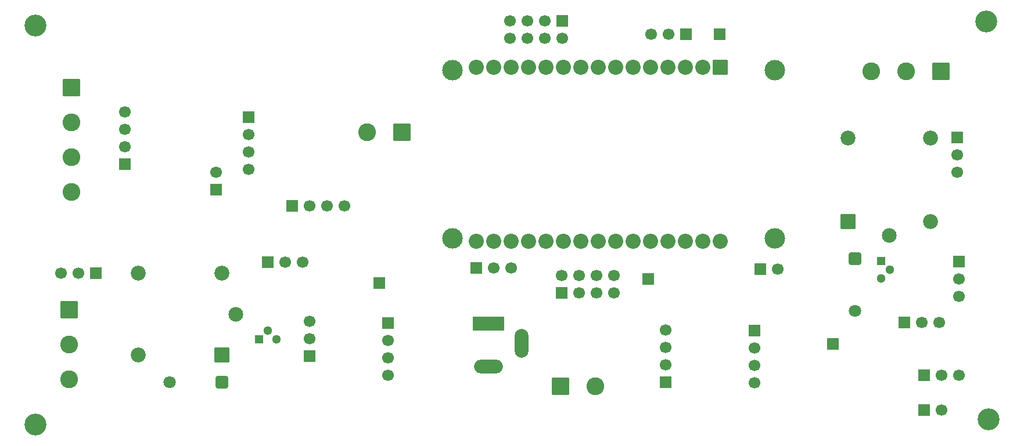
<source format=gbs>
%TF.GenerationSoftware,KiCad,Pcbnew,9.0.7-9.0.7~ubuntu24.04.1*%
%TF.CreationDate,2026-02-17T11:42:20-05:00*%
%TF.ProjectId,plantPartner_PCB1.0,706c616e-7450-4617-9274-6e65725f5043,rev?*%
%TF.SameCoordinates,Original*%
%TF.FileFunction,Soldermask,Bot*%
%TF.FilePolarity,Negative*%
%FSLAX46Y46*%
G04 Gerber Fmt 4.6, Leading zero omitted, Abs format (unit mm)*
G04 Created by KiCad (PCBNEW 9.0.7-9.0.7~ubuntu24.04.1) date 2026-02-17 11:42:20*
%MOMM*%
%LPD*%
G01*
G04 APERTURE LIST*
G04 Aperture macros list*
%AMRoundRect*
0 Rectangle with rounded corners*
0 $1 Rounding radius*
0 $2 $3 $4 $5 $6 $7 $8 $9 X,Y pos of 4 corners*
0 Add a 4 corners polygon primitive as box body*
4,1,4,$2,$3,$4,$5,$6,$7,$8,$9,$2,$3,0*
0 Add four circle primitives for the rounded corners*
1,1,$1+$1,$2,$3*
1,1,$1+$1,$4,$5*
1,1,$1+$1,$6,$7*
1,1,$1+$1,$8,$9*
0 Add four rect primitives between the rounded corners*
20,1,$1+$1,$2,$3,$4,$5,0*
20,1,$1+$1,$4,$5,$6,$7,0*
20,1,$1+$1,$6,$7,$8,$9,0*
20,1,$1+$1,$8,$9,$2,$3,0*%
G04 Aperture macros list end*
%ADD10C,3.200000*%
%ADD11R,1.700000X1.700000*%
%ADD12C,1.700000*%
%ADD13RoundRect,0.250000X1.050000X1.050000X-1.050000X1.050000X-1.050000X-1.050000X1.050000X-1.050000X0*%
%ADD14C,2.600000*%
%ADD15RoundRect,0.250000X-1.050000X1.050000X-1.050000X-1.050000X1.050000X-1.050000X1.050000X1.050000X0*%
%ADD16RoundRect,0.250000X0.650000X0.650000X-0.650000X0.650000X-0.650000X-0.650000X0.650000X-0.650000X0*%
%ADD17C,1.800000*%
%ADD18RoundRect,0.102000X0.990000X-0.990000X0.990000X0.990000X-0.990000X0.990000X-0.990000X-0.990000X0*%
%ADD19C,2.184000*%
%ADD20C,2.139000*%
%ADD21RoundRect,0.250000X-1.050000X-1.050000X1.050000X-1.050000X1.050000X1.050000X-1.050000X1.050000X0*%
%ADD22C,3.000000*%
%ADD23RoundRect,0.102000X-1.000000X1.000000X-1.000000X-1.000000X1.000000X-1.000000X1.000000X1.000000X0*%
%ADD24C,2.204000*%
%ADD25RoundRect,0.250000X-0.650000X0.650000X-0.650000X-0.650000X0.650000X-0.650000X0.650000X0.650000X0*%
%ADD26RoundRect,0.102000X0.990000X0.990000X-0.990000X0.990000X-0.990000X-0.990000X0.990000X-0.990000X0*%
%ADD27R,1.300000X1.300000*%
%ADD28C,1.300000*%
%ADD29R,4.600000X2.000000*%
%ADD30O,4.200000X2.000000*%
%ADD31O,2.000000X4.200000*%
G04 APERTURE END LIST*
D10*
%TO.C,BottomLeft*%
X68350000Y-115000000D03*
%TD*%
D11*
%TO.C,J20*%
X144995000Y-95800000D03*
D12*
X144995000Y-93260000D03*
X147535000Y-95800000D03*
X147535000Y-93260000D03*
X150075000Y-95800000D03*
X150075000Y-93260000D03*
X152615000Y-95800000D03*
X152615000Y-93260000D03*
%TD*%
D13*
%TO.C,J30*%
X121745000Y-72327500D03*
D14*
X116665000Y-72327500D03*
%TD*%
D11*
%TO.C,J1*%
X160200000Y-108810000D03*
D12*
X160200000Y-106270000D03*
X160200000Y-103730000D03*
X160200000Y-101190000D03*
%TD*%
D10*
%TO.C,TopLeft*%
X68300000Y-56750000D03*
%TD*%
%TO.C,TopRight*%
X206900000Y-56150000D03*
%TD*%
D15*
%TO.C,J4*%
X73550000Y-65800000D03*
D14*
X73550000Y-70880000D03*
X73550000Y-75960000D03*
X73550000Y-81040000D03*
%TD*%
D11*
%TO.C,J16*%
X173100000Y-101330000D03*
D12*
X173100000Y-103870000D03*
X173100000Y-106410000D03*
X173100000Y-108950000D03*
%TD*%
D11*
%TO.C,J11*%
X94655000Y-80725000D03*
D12*
X94655000Y-78185000D03*
%TD*%
D11*
%TO.C,J8*%
X145145000Y-56100000D03*
D12*
X145145000Y-58640000D03*
X142605000Y-56100000D03*
X142605000Y-58640000D03*
X140065000Y-56100000D03*
X140065000Y-58640000D03*
X137525000Y-56100000D03*
X137525000Y-58640000D03*
%TD*%
D11*
%TO.C,J27*%
X118405000Y-94400000D03*
%TD*%
%TO.C,J22*%
X119726250Y-100230000D03*
D12*
X119726250Y-102770000D03*
X119726250Y-105310000D03*
X119726250Y-107850000D03*
%TD*%
D16*
%TO.C,D4*%
X95515000Y-108800000D03*
D17*
X87895000Y-108800000D03*
%TD*%
D11*
%TO.C,J29*%
X173960000Y-92300000D03*
D12*
X176500000Y-92300000D03*
%TD*%
D11*
%TO.C,J3*%
X81355000Y-76970000D03*
D12*
X81355000Y-74430000D03*
X81355000Y-71890000D03*
X81355000Y-69350000D03*
%TD*%
D11*
%TO.C,J26*%
X184550000Y-103210000D03*
%TD*%
D18*
%TO.C,K2*%
X186750000Y-85410000D03*
D19*
X198750000Y-85410000D03*
D20*
X192750000Y-87410000D03*
D19*
X186750000Y-73210000D03*
X198750000Y-73210000D03*
%TD*%
D11*
%TO.C,J2*%
X99388800Y-70115000D03*
D12*
X99388800Y-72655000D03*
X99388800Y-75195000D03*
X99388800Y-77735000D03*
%TD*%
D11*
%TO.C,J5*%
X197825000Y-112900000D03*
D12*
X200365000Y-112900000D03*
%TD*%
D11*
%TO.C,J24*%
X163140000Y-58000000D03*
D12*
X160600000Y-58000000D03*
X158060000Y-58000000D03*
%TD*%
D11*
%TO.C,J9*%
X202950000Y-91210000D03*
D12*
X202950000Y-93750000D03*
X202950000Y-96290000D03*
%TD*%
D10*
%TO.C,BottomRight*%
X207250000Y-114250000D03*
%TD*%
D11*
%TO.C,J25*%
X132565000Y-92200000D03*
D12*
X135105000Y-92200000D03*
X137645000Y-92200000D03*
%TD*%
D11*
%TO.C,J14*%
X108305000Y-105040000D03*
D12*
X108305000Y-102500000D03*
X108305000Y-99960000D03*
%TD*%
D11*
%TO.C,J12*%
X194950000Y-100110000D03*
D12*
X197490000Y-100110000D03*
X200030000Y-100110000D03*
%TD*%
D11*
%TO.C,J17*%
X197860000Y-107800000D03*
D12*
X200400000Y-107800000D03*
X202940000Y-107800000D03*
%TD*%
D11*
%TO.C,J21*%
X105695000Y-83100000D03*
D12*
X108235000Y-83100000D03*
X110775000Y-83100000D03*
X113315000Y-83100000D03*
%TD*%
D15*
%TO.C,J6*%
X73232500Y-98215000D03*
D14*
X73232500Y-103295000D03*
X73232500Y-108375000D03*
%TD*%
D11*
%TO.C,J7*%
X102205000Y-91300000D03*
D12*
X104745000Y-91300000D03*
X107285000Y-91300000D03*
%TD*%
D21*
%TO.C,J18*%
X144855000Y-109472500D03*
D14*
X149935000Y-109472500D03*
%TD*%
D11*
%TO.C,J28*%
X168050000Y-58050000D03*
%TD*%
D22*
%TO.C,U3*%
X176080000Y-63320000D03*
X129130000Y-63320000D03*
X176080000Y-87830000D03*
X129130000Y-87830000D03*
D23*
X168120000Y-62900000D03*
D24*
X165580000Y-62900000D03*
X163040000Y-62900000D03*
X160500000Y-62900000D03*
X157960000Y-62900000D03*
X155420000Y-62900000D03*
X152880000Y-62900000D03*
X150340000Y-62900000D03*
X147800000Y-62900000D03*
X145260000Y-62900000D03*
X142720000Y-62900000D03*
X140180000Y-62900000D03*
X137640000Y-62900000D03*
X135100000Y-62900000D03*
X132560000Y-62900000D03*
X132560000Y-88300000D03*
X135100000Y-88300000D03*
X137640000Y-88300000D03*
X140180000Y-88300000D03*
X142720000Y-88300000D03*
X145260000Y-88300000D03*
X147800000Y-88300000D03*
X150340000Y-88300000D03*
X152880000Y-88300000D03*
X155420000Y-88300000D03*
X157960000Y-88300000D03*
X160500000Y-88300000D03*
X163040000Y-88300000D03*
X165580000Y-88300000D03*
X168120000Y-88300000D03*
%TD*%
D25*
%TO.C,D7*%
X187750000Y-90784999D03*
D17*
X187750000Y-98404999D03*
%TD*%
D26*
%TO.C,K1*%
X95505000Y-104900000D03*
D19*
X95505000Y-92900000D03*
D20*
X97505000Y-98900000D03*
D19*
X83305000Y-104900000D03*
X83305000Y-92900000D03*
%TD*%
D11*
%TO.C,J15*%
X77105000Y-92900000D03*
D12*
X74565000Y-92900000D03*
X72025000Y-92900000D03*
%TD*%
D11*
%TO.C,J13*%
X202650000Y-73110000D03*
D12*
X202650000Y-75650000D03*
X202650000Y-78190000D03*
%TD*%
D27*
%TO.C,Q1*%
X100865000Y-102600000D03*
D28*
X102135000Y-101330000D03*
X103405000Y-102600000D03*
%TD*%
D11*
%TO.C,J23*%
X157605000Y-93800000D03*
%TD*%
D13*
%TO.C,J10*%
X200300000Y-63450000D03*
D14*
X195220000Y-63450000D03*
X190140000Y-63450000D03*
%TD*%
D29*
%TO.C,J19*%
X134340000Y-100272500D03*
D30*
X134340000Y-106572500D03*
D31*
X139140000Y-103172500D03*
%TD*%
D27*
%TO.C,Q2*%
X191580000Y-91114999D03*
D28*
X192850000Y-92384999D03*
X191580000Y-93654999D03*
%TD*%
M02*

</source>
